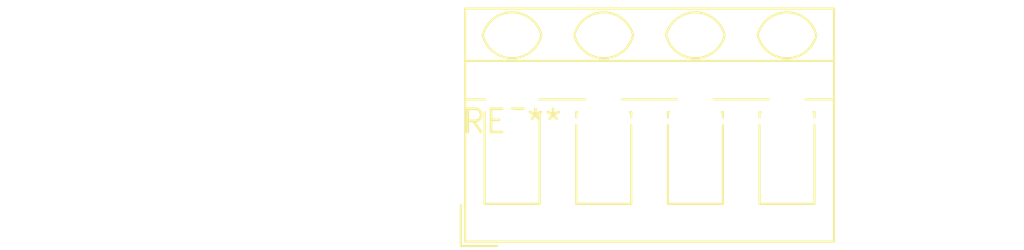
<source format=kicad_pcb>
(kicad_pcb (version 20240108) (generator pcbnew)
  (layers (0 "F.Cu" signal) (31 "B.Cu" signal) (34 "B.Paste" user) (35 "F.Paste" user) (36 "B.SilkS" user "B.Silkscreen") (37 "F.SilkS" user "F.Silkscreen") (38 "B.Mask" user) (39 "F.Mask" user) (44 "Edge.Cuts" user))
  (net 0 "")
  (footprint "TerminalBlock_RND_205-00058_1x04_P5.00mm_45Degree" (layer "F.Cu") (at 0 0)
    (property "Reference" "REF**")
    (property "Value" "TerminalBlock_RND_205-00058_1x04_P5.00mm_45Degree")
    (fp_line (start -2.8 4.56) (end -2.8 6.8) (layer "F.SilkS") (stroke (width 0.12)))
    (fp_line (start -2.8 6.8) (end -0.8 6.8) (layer "F.SilkS") (stroke (width 0.12)))
    (fp_line (start -2.56 -6.16) (end -2.56 6.56) (layer "F.SilkS") (stroke (width 0.12)))
    (fp_line (start -2.56 -6.16) (end 17.561 -6.16) (layer "F.SilkS") (stroke (width 0.12)))
    (fp_line (start -2.56 -3.301) (end 17.561 -3.301) (layer "F.SilkS") (stroke (width 0.12)))
    (fp_line (start -2.56 -1.201) (end -1.49 -1.201) (layer "F.SilkS") (stroke (width 0.12)))
    (fp_line (start -2.56 6.56) (end 17.561 6.56) (layer "F.SilkS") (stroke (width 0.12)))
    (fp_line (start -1.5 -0.5) (end -1.5 4.5) (layer "F.SilkS") (stroke (width 0.12)))
    (fp_line (start -1.5 -0.5) (end -1.49 -0.5) (layer "F.SilkS") (stroke (width 0.12)))
    (fp_line (start -1.5 4.5) (end 1.5 4.5) (layer "F.SilkS") (stroke (width 0.12)))
    (fp_line (start 1.49 -1.201) (end 4 -1.201) (layer "F.SilkS") (stroke (width 0.12)))
    (fp_line (start 1.49 -0.5) (end 1.5 -0.5) (layer "F.SilkS") (stroke (width 0.12)))
    (fp_line (start 1.5 -0.5) (end 1.5 4.5) (layer "F.SilkS") (stroke (width 0.12)))
    (fp_line (start 3.5 -0.5) (end 3.5 -0.202) (layer "F.SilkS") (stroke (width 0.12)))
    (fp_line (start 3.5 -0.5) (end 3.57 -0.5) (layer "F.SilkS") (stroke (width 0.12)))
    (fp_line (start 3.5 0.202) (end 3.5 4.5) (layer "F.SilkS") (stroke (width 0.12)))
    (fp_line (start 3.5 4.5) (end 6.5 4.5) (layer "F.SilkS") (stroke (width 0.12)))
    (fp_line (start 6.001 -1.201) (end 9 -1.201) (layer "F.SilkS") (stroke (width 0.12)))
    (fp_line (start 6.431 -0.5) (end 6.5 -0.5) (layer "F.SilkS") (stroke (width 0.12)))
    (fp_line (start 6.5 -0.5) (end 6.5 -0.202) (layer "F.SilkS") (stroke (width 0.12)))
    (fp_line (start 6.5 0.202) (end 6.5 4.5) (layer "F.SilkS") (stroke (width 0.12)))
    (fp_line (start 8.5 -0.5) (end 8.5 -0.202) (layer "F.SilkS") (stroke (width 0.12)))
    (fp_line (start 8.5 -0.5) (end 8.57 -0.5) (layer "F.SilkS") (stroke (width 0.12)))
    (fp_line (start 8.5 0.202) (end 8.5 4.5) (layer "F.SilkS") (stroke (width 0.12)))
    (fp_line (start 8.5 4.5) (end 11.5 4.5) (layer "F.SilkS") (stroke (width 0.12)))
    (fp_line (start 11.001 -1.201) (end 14 -1.201) (layer "F.SilkS") (stroke (width 0.12)))
    (fp_line (start 11.431 -0.5) (end 11.5 -0.5) (layer "F.SilkS") (stroke (width 0.12)))
    (fp_line (start 11.5 -0.5) (end 11.5 -0.202) (layer "F.SilkS") (stroke (width 0.12)))
    (fp_line (start 11.5 0.202) (end 11.5 4.5) (layer "F.SilkS") (stroke (width 0.12)))
    (fp_line (start 13.5 -0.5) (end 13.5 -0.202) (layer "F.SilkS") (stroke (width 0.12)))
    (fp_line (start 13.5 -0.5) (end 13.57 -0.5) (layer "F.SilkS") (stroke (width 0.12)))
    (fp_line (start 13.5 0.202) (end 13.5 4.5) (layer "F.SilkS") (stroke (width 0.12)))
    (fp_line (start 13.5 4.5) (end 16.5 4.5) (layer "F.SilkS") (stroke (width 0.12)))
    (fp_line (start 16.001 -1.201) (end 17.561 -1.201) (layer "F.SilkS") (stroke (width 0.12)))
    (fp_line (start 16.431 -0.5) (end 16.5 -0.5) (layer "F.SilkS") (stroke (width 0.12)))
    (fp_line (start 16.5 -0.5) (end 16.5 -0.202) (layer "F.SilkS") (stroke (width 0.12)))
    (fp_line (start 16.5 0.202) (end 16.5 4.5) (layer "F.SilkS") (stroke (width 0.12)))
    (fp_line (start 17.561 -6.16) (end 17.561 6.56) (layer "F.SilkS") (stroke (width 0.12)))
    (fp_arc (start -1.600914 -4.700344) (mid 0.000177 -5.95097) (end 1.601 -4.7) (layer "F.SilkS") (stroke (width 0.12)))
    (fp_arc (start 1.6 -4.7) (mid -6.4e-05 -3.45) (end -1.600031 -4.700125) (layer "F.SilkS") (stroke (width 0.12)))
    (fp_arc (start 3.399086 -4.700344) (mid 5.000177 -5.95097) (end 6.601 -4.7) (layer "F.SilkS") (stroke (width 0.12)))
    (fp_arc (start 6.6 -4.7) (mid 4.999936 -3.45) (end 3.399969 -4.700125) (layer "F.SilkS") (stroke (width 0.12)))
    (fp_arc (start 8.399086 -4.700344) (mid 10.000177 -5.95097) (end 11.601 -4.7) (layer "F.SilkS") (stroke (width 0.12)))
    (fp_arc (start 11.6 -4.7) (mid 9.999936 -3.45) (end 8.399969 -4.700125) (layer "F.SilkS") (stroke (width 0.12)))
    (fp_arc (start 13.399086 -4.700344) (mid 15.000177 -5.95097) (end 16.601 -4.7) (layer "F.SilkS") (stroke (width 0.12)))
    (fp_arc (start 16.6 -4.7) (mid 14.999936 -3.45) (end 13.399969 -4.700125) (layer "F.SilkS") (stroke (width 0.12)))
    (pad "1" thru_hole rect (at 0 0) (size 2.5 2.5) (drill 1.3) (layers *.Cu *.Mask) (remove_unused_layers))
    (pad "2" thru_hole circle (at 5 0) (size 2.5 2.5) (drill 1.3) (layers *.Cu *.Mask) (remove_unused_layers))
    (pad "3" thru_hole circle (at 10 0) (size 2.5 2.5) (drill 1.3) (layers *.Cu *.Mask) (remove_unused_layers))
    (pad "4" thru_hole circle (at 15 0) (size 2.5 2.5) (drill 1.3) (layers *.Cu *.Mask) (remove_unused_layers))
  )
)
</source>
